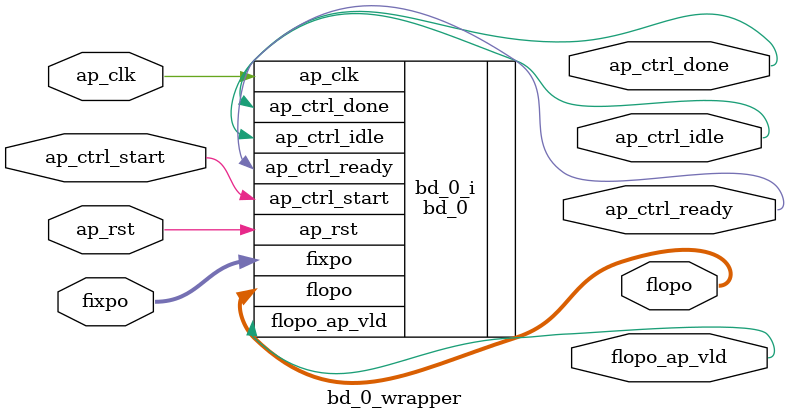
<source format=v>
`timescale 1 ps / 1 ps

module bd_0_wrapper
   (ap_clk,
    ap_ctrl_done,
    ap_ctrl_idle,
    ap_ctrl_ready,
    ap_ctrl_start,
    ap_rst,
    fixpo,
    flopo,
    flopo_ap_vld);
  input ap_clk;
  output ap_ctrl_done;
  output ap_ctrl_idle;
  output ap_ctrl_ready;
  input ap_ctrl_start;
  input ap_rst;
  input [63:0]fixpo;
  output [127:0]flopo;
  output flopo_ap_vld;

  wire ap_clk;
  wire ap_ctrl_done;
  wire ap_ctrl_idle;
  wire ap_ctrl_ready;
  wire ap_ctrl_start;
  wire ap_rst;
  wire [63:0]fixpo;
  wire [127:0]flopo;
  wire flopo_ap_vld;

  bd_0 bd_0_i
       (.ap_clk(ap_clk),
        .ap_ctrl_done(ap_ctrl_done),
        .ap_ctrl_idle(ap_ctrl_idle),
        .ap_ctrl_ready(ap_ctrl_ready),
        .ap_ctrl_start(ap_ctrl_start),
        .ap_rst(ap_rst),
        .fixpo(fixpo),
        .flopo(flopo),
        .flopo_ap_vld(flopo_ap_vld));
endmodule

</source>
